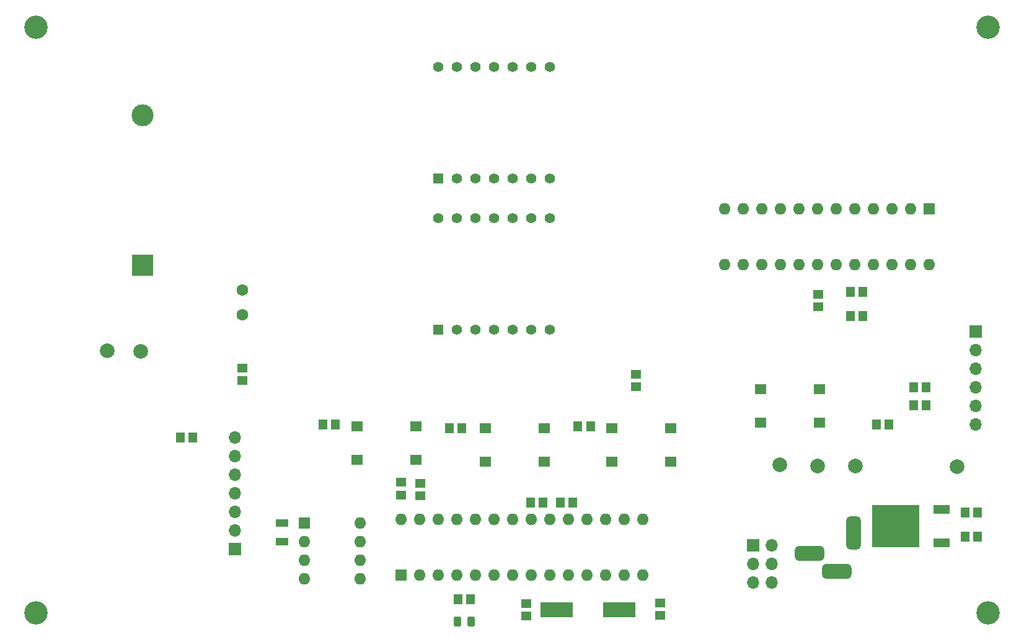
<source format=gbr>
%TF.GenerationSoftware,KiCad,Pcbnew,(6.0.5)*%
%TF.CreationDate,2022-07-21T21:55:52-07:00*%
%TF.ProjectId,rectangle-clock,72656374-616e-4676-9c65-2d636c6f636b,rev?*%
%TF.SameCoordinates,PX4c4b400PY8a48640*%
%TF.FileFunction,Soldermask,Top*%
%TF.FilePolarity,Negative*%
%FSLAX46Y46*%
G04 Gerber Fmt 4.6, Leading zero omitted, Abs format (unit mm)*
G04 Created by KiCad (PCBNEW (6.0.5)) date 2022-07-21 21:55:52*
%MOMM*%
%LPD*%
G01*
G04 APERTURE LIST*
G04 Aperture macros list*
%AMRoundRect*
0 Rectangle with rounded corners*
0 $1 Rounding radius*
0 $2 $3 $4 $5 $6 $7 $8 $9 X,Y pos of 4 corners*
0 Add a 4 corners polygon primitive as box body*
4,1,4,$2,$3,$4,$5,$6,$7,$8,$9,$2,$3,0*
0 Add four circle primitives for the rounded corners*
1,1,$1+$1,$2,$3*
1,1,$1+$1,$4,$5*
1,1,$1+$1,$6,$7*
1,1,$1+$1,$8,$9*
0 Add four rect primitives between the rounded corners*
20,1,$1+$1,$2,$3,$4,$5,0*
20,1,$1+$1,$4,$5,$6,$7,0*
20,1,$1+$1,$6,$7,$8,$9,0*
20,1,$1+$1,$8,$9,$2,$3,0*%
G04 Aperture macros list end*
%ADD10C,3.200000*%
%ADD11R,1.150000X1.400000*%
%ADD12R,1.400000X1.400000*%
%ADD13C,1.400000*%
%ADD14R,1.600000X1.400000*%
%ADD15R,1.400000X1.150000*%
%ADD16C,2.000000*%
%ADD17R,1.700000X1.700000*%
%ADD18O,1.700000X1.700000*%
%ADD19R,1.800000X1.000000*%
%ADD20R,3.000000X3.000000*%
%ADD21C,3.000000*%
%ADD22R,1.600000X1.600000*%
%ADD23O,1.600000X1.600000*%
%ADD24C,1.600000*%
%ADD25R,4.500000X2.000000*%
%ADD26R,2.200000X1.200000*%
%ADD27R,6.400000X5.800000*%
%ADD28RoundRect,0.243750X-0.243750X-0.456250X0.243750X-0.456250X0.243750X0.456250X-0.243750X0.456250X0*%
%ADD29RoundRect,0.500000X0.500000X-1.750000X0.500000X1.750000X-0.500000X1.750000X-0.500000X-1.750000X0*%
%ADD30RoundRect,0.500000X1.500000X0.500000X-1.500000X0.500000X-1.500000X-0.500000X1.500000X-0.500000X0*%
G04 APERTURE END LIST*
D10*
%TO.C,H4*%
X135000000Y5000000D03*
%TD*%
D11*
%TO.C,R12*%
X79020000Y30430000D03*
X80720000Y30430000D03*
%TD*%
D12*
%TO.C,DS1*%
X59954000Y43654000D03*
D13*
X62494000Y43654000D03*
X65034000Y43654000D03*
X67574000Y43654000D03*
X70114000Y43654000D03*
X72654000Y43654000D03*
X75194000Y43654000D03*
X75194000Y58894000D03*
X72654000Y58894000D03*
X70114000Y58894000D03*
X67574000Y58894000D03*
X65034000Y58894000D03*
X62494000Y58894000D03*
X59954000Y58894000D03*
%TD*%
D14*
%TO.C,SW3*%
X66368000Y30156000D03*
X74368000Y30156000D03*
X66368000Y25656000D03*
X74368000Y25656000D03*
%TD*%
D11*
%TO.C,R8*%
X44170000Y30680000D03*
X45870000Y30680000D03*
%TD*%
D15*
%TO.C,R7*%
X33190000Y38430000D03*
X33190000Y36730000D03*
%TD*%
%TO.C,C4*%
X90240000Y4610000D03*
X90240000Y6310000D03*
%TD*%
D16*
%TO.C,TP6*%
X116930000Y25010000D03*
%TD*%
D11*
%TO.C,C2*%
X76630000Y20032000D03*
X78330000Y20032000D03*
%TD*%
D17*
%TO.C,J1*%
X32160000Y13665000D03*
D18*
X32160000Y16205000D03*
X32160000Y18745000D03*
X32160000Y21285000D03*
X32160000Y23825000D03*
X32160000Y26365000D03*
X32160000Y28905000D03*
%TD*%
D19*
%TO.C,Y1*%
X38618000Y17218000D03*
X38618000Y14718000D03*
%TD*%
D11*
%TO.C,C7*%
X131893000Y18721000D03*
X133593000Y18721000D03*
%TD*%
D15*
%TO.C,R1*%
X54890000Y22790000D03*
X54890000Y21090000D03*
%TD*%
D20*
%TO.C,BT1*%
X19567984Y52473686D03*
D21*
X19567984Y72963686D03*
%TD*%
D12*
%TO.C,DS2*%
X59954000Y64349000D03*
D13*
X62494000Y64349000D03*
X65034000Y64349000D03*
X67574000Y64349000D03*
X70114000Y64349000D03*
X72654000Y64349000D03*
X75194000Y64349000D03*
X75194000Y79589000D03*
X72654000Y79589000D03*
X70114000Y79589000D03*
X67574000Y79589000D03*
X65034000Y79589000D03*
X62494000Y79589000D03*
X59954000Y79589000D03*
%TD*%
D22*
%TO.C,U4*%
X127015000Y60154000D03*
D23*
X124475000Y60154000D03*
X121935000Y60154000D03*
X119395000Y60154000D03*
X116855000Y60154000D03*
X114315000Y60154000D03*
X111775000Y60154000D03*
X109235000Y60154000D03*
X106695000Y60154000D03*
X104155000Y60154000D03*
X101615000Y60154000D03*
X99075000Y60154000D03*
X99075000Y52534000D03*
X101615000Y52534000D03*
X104155000Y52534000D03*
X106695000Y52534000D03*
X109235000Y52534000D03*
X111775000Y52534000D03*
X114315000Y52534000D03*
X116855000Y52534000D03*
X119395000Y52534000D03*
X121935000Y52534000D03*
X124475000Y52534000D03*
X127015000Y52534000D03*
%TD*%
D11*
%TO.C,R9*%
X61470000Y30220000D03*
X63170000Y30220000D03*
%TD*%
D15*
%TO.C,R4*%
X86960000Y37590000D03*
X86960000Y35890000D03*
%TD*%
D17*
%TO.C,J4*%
X102935000Y14195000D03*
D18*
X105475000Y14195000D03*
X102935000Y11655000D03*
X105475000Y11655000D03*
X102935000Y9115000D03*
X105475000Y9115000D03*
%TD*%
D24*
%TO.C,R6*%
X33210000Y49105000D03*
X33210000Y45705000D03*
%TD*%
D16*
%TO.C,TP3*%
X19330000Y40690000D03*
%TD*%
D11*
%TO.C,C5*%
X131893000Y15419000D03*
X133593000Y15419000D03*
%TD*%
D10*
%TO.C,H2*%
X135000000Y85000000D03*
%TD*%
D11*
%TO.C,C8*%
X116260000Y48810000D03*
X117960000Y48810000D03*
%TD*%
%TO.C,R5*%
X24720000Y28910000D03*
X26420000Y28910000D03*
%TD*%
%TO.C,R13*%
X62660000Y6824000D03*
X64360000Y6824000D03*
%TD*%
D15*
%TO.C,R3*%
X57440000Y22690000D03*
X57440000Y20990000D03*
%TD*%
D22*
%TO.C,U1*%
X41676000Y17228000D03*
D23*
X41676000Y14688000D03*
X41676000Y12148000D03*
X41676000Y9608000D03*
X49296000Y9608000D03*
X49296000Y12148000D03*
X49296000Y14688000D03*
X49296000Y17228000D03*
%TD*%
D10*
%TO.C,H3*%
X5000000Y5000000D03*
%TD*%
D16*
%TO.C,TP4*%
X106550000Y25200000D03*
%TD*%
D10*
%TO.C,H1*%
X5000000Y85000000D03*
%TD*%
D25*
%TO.C,Y2*%
X84610000Y5370000D03*
X76110000Y5370000D03*
%TD*%
D11*
%TO.C,R11*%
X124890000Y35780000D03*
X126590000Y35780000D03*
%TD*%
D26*
%TO.C,U2*%
X128685000Y14525000D03*
D27*
X122385000Y16805000D03*
D26*
X128685000Y19085000D03*
%TD*%
D11*
%TO.C,C6*%
X119810000Y30700000D03*
X121510000Y30700000D03*
%TD*%
D22*
%TO.C,U3*%
X54884000Y10136000D03*
D23*
X57424000Y10136000D03*
X59964000Y10136000D03*
X62504000Y10136000D03*
X65044000Y10136000D03*
X67584000Y10136000D03*
X70124000Y10136000D03*
X72664000Y10136000D03*
X75204000Y10136000D03*
X77744000Y10136000D03*
X80284000Y10136000D03*
X82824000Y10136000D03*
X85364000Y10136000D03*
X87904000Y10136000D03*
X87904000Y17756000D03*
X85364000Y17756000D03*
X82824000Y17756000D03*
X80284000Y17756000D03*
X77744000Y17756000D03*
X75204000Y17756000D03*
X72664000Y17756000D03*
X70124000Y17756000D03*
X67584000Y17756000D03*
X65044000Y17756000D03*
X62504000Y17756000D03*
X59964000Y17756000D03*
X57424000Y17756000D03*
X54884000Y17756000D03*
%TD*%
D14*
%TO.C,SW4*%
X83640000Y30156000D03*
X91640000Y30156000D03*
X83640000Y25656000D03*
X91640000Y25656000D03*
%TD*%
D11*
%TO.C,R10*%
X124880000Y33320000D03*
X126580000Y33320000D03*
%TD*%
D14*
%TO.C,SW2*%
X48842000Y30410000D03*
X56842000Y30410000D03*
X48842000Y25910000D03*
X56842000Y25910000D03*
%TD*%
D28*
%TO.C,D1*%
X62572500Y3776000D03*
X64447500Y3776000D03*
%TD*%
D17*
%TO.C,J3*%
X133360000Y43400000D03*
D18*
X133360000Y40860000D03*
X133360000Y38320000D03*
X133360000Y35780000D03*
X133360000Y33240000D03*
X133360000Y30700000D03*
%TD*%
D15*
%TO.C,C3*%
X71950000Y4510000D03*
X71950000Y6210000D03*
%TD*%
D16*
%TO.C,TP5*%
X111730000Y25010000D03*
%TD*%
D15*
%TO.C,R2*%
X111810000Y48450000D03*
X111810000Y46750000D03*
%TD*%
D16*
%TO.C,TP1*%
X130790000Y24950000D03*
%TD*%
%TO.C,TP2*%
X14680000Y40760000D03*
%TD*%
D11*
%TO.C,C9*%
X116190000Y45540000D03*
X117890000Y45540000D03*
%TD*%
%TO.C,C1*%
X72566000Y20032000D03*
X74266000Y20032000D03*
%TD*%
D14*
%TO.C,SW1*%
X103960000Y35490000D03*
X111960000Y35490000D03*
X103960000Y30990000D03*
X111960000Y30990000D03*
%TD*%
D29*
%TO.C,J2*%
X116685000Y15927000D03*
D30*
X114385000Y10627000D03*
X110685000Y13127000D03*
%TD*%
M02*

</source>
